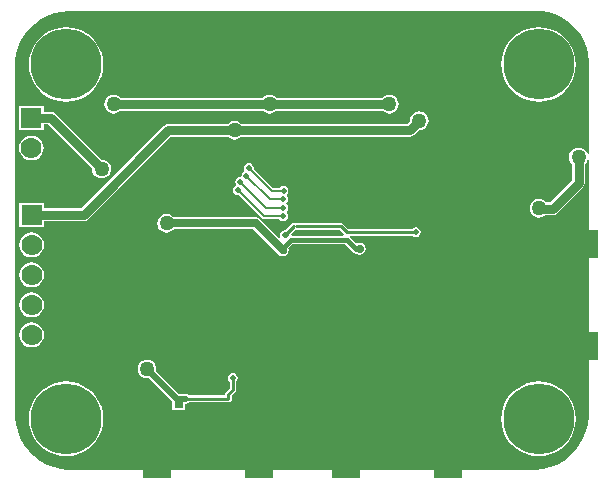
<source format=gbl>
G04 Layer_Physical_Order=2*
G04 Layer_Color=16711680*
%FSAX24Y24*%
%MOIN*%
G70*
G01*
G75*
%ADD10C,0.0100*%
%ADD13R,0.0300X0.0300*%
%ADD28C,0.0200*%
%ADD29C,0.0276*%
%ADD30C,0.0300*%
%ADD32C,0.0060*%
%ADD35C,0.2362*%
%ADD36R,0.0950X0.2000*%
%ADD37C,0.0700*%
%ADD38R,0.0700X0.0700*%
%ADD39R,0.2000X0.0950*%
%ADD40C,0.0200*%
%ADD41C,0.0250*%
%ADD42C,0.0500*%
%ADD43C,0.0280*%
%ADD44C,0.0197*%
%ADD45C,0.0150*%
G36*
X012008Y025394D02*
X012008Y025394D01*
X027559Y025394D01*
X027672Y025391D01*
X027896Y025355D01*
X028113Y025291D01*
X028319Y025199D01*
X028512Y025080D01*
X028688Y024938D01*
X028844Y024774D01*
X028977Y024591D01*
X029085Y024392D01*
X029166Y024180D01*
X029218Y023960D01*
X029242Y023735D01*
X029239Y023622D01*
X029239Y023622D01*
X029239Y023622D01*
X029239Y020632D01*
X029192Y020621D01*
X029161Y020696D01*
X029111Y020761D01*
X029046Y020811D01*
X028971Y020842D01*
X028890Y020853D01*
X028809Y020842D01*
X028734Y020811D01*
X028669Y020761D01*
X028619Y020696D01*
X028588Y020621D01*
X028577Y020540D01*
X028588Y020459D01*
X028619Y020384D01*
X028669Y020319D01*
X028676Y020314D01*
Y019759D01*
X027941Y019024D01*
X027812D01*
X027791Y019051D01*
X027726Y019101D01*
X027651Y019132D01*
X027570Y019143D01*
X027489Y019132D01*
X027414Y019101D01*
X027349Y019051D01*
X027299Y018986D01*
X027268Y018911D01*
X027257Y018830D01*
X027268Y018749D01*
X027299Y018674D01*
X027349Y018609D01*
X027414Y018559D01*
X027489Y018528D01*
X027570Y018517D01*
X027651Y018528D01*
X027726Y018559D01*
X027774Y018596D01*
X028030D01*
X028112Y018612D01*
X028181Y018659D01*
X029041Y019519D01*
X029088Y019588D01*
X029104Y019670D01*
Y020314D01*
X029111Y020319D01*
X029161Y020384D01*
X029192Y020459D01*
X029239Y020448D01*
X029239Y012008D01*
X029239Y011882D01*
X029206Y011634D01*
X029141Y011391D01*
X029045Y011159D01*
X028920Y010942D01*
X028767Y010743D01*
X028589Y010565D01*
X028390Y010413D01*
X028173Y010287D01*
X027941Y010191D01*
X027699Y010126D01*
X027450Y010093D01*
X027324Y010093D01*
X012008Y010093D01*
X011882Y010093D01*
X011634Y010126D01*
X011391Y010191D01*
X011159Y010287D01*
X010942Y010413D01*
X010743Y010565D01*
X010565Y010743D01*
X010413Y010942D01*
X010287Y011159D01*
X010191Y011391D01*
X010126Y011634D01*
X010093Y011882D01*
X010093Y012008D01*
X010093Y023622D01*
X010098Y023743D01*
X010139Y023981D01*
X010210Y024212D01*
X010312Y024432D01*
X010440Y024636D01*
X010595Y024822D01*
X010772Y024987D01*
X010970Y025126D01*
X011184Y025239D01*
X011411Y025323D01*
X011646Y025376D01*
X011887Y025398D01*
X012008Y025394D01*
D02*
G37*
%LPC*%
G36*
X010660Y017024D02*
X010553Y017009D01*
X010453Y016968D01*
X010368Y016902D01*
X010302Y016817D01*
X010261Y016717D01*
X010246Y016610D01*
X010261Y016503D01*
X010302Y016403D01*
X010368Y016318D01*
X010453Y016252D01*
X010553Y016211D01*
X010660Y016196D01*
X010767Y016211D01*
X010867Y016252D01*
X010952Y016318D01*
X011018Y016403D01*
X011059Y016503D01*
X011074Y016610D01*
X011059Y016717D01*
X011018Y016817D01*
X010952Y016902D01*
X010867Y016968D01*
X010767Y017009D01*
X010660Y017024D01*
D02*
G37*
G36*
X015160Y018643D02*
X015079Y018632D01*
X015004Y018601D01*
X014939Y018551D01*
X014889Y018486D01*
X014858Y018411D01*
X014847Y018330D01*
X014858Y018249D01*
X014889Y018174D01*
X014939Y018109D01*
X015004Y018059D01*
X015079Y018028D01*
X015160Y018017D01*
X015241Y018028D01*
X015316Y018059D01*
X015381Y018109D01*
X015396Y018128D01*
X018046D01*
X018879Y017295D01*
X018886Y017286D01*
X018952Y017242D01*
X019030Y017226D01*
X019108Y017242D01*
X019174Y017286D01*
X019218Y017352D01*
X019234Y017430D01*
X019218Y017508D01*
X019216Y017511D01*
X019347Y017642D01*
X021113D01*
X021317Y017438D01*
X021321Y017415D01*
X021357Y017362D01*
X021410Y017327D01*
X021472Y017315D01*
X021476D01*
X021514Y017289D01*
X021592Y017274D01*
X021670Y017289D01*
X021736Y017334D01*
X021781Y017400D01*
X021796Y017478D01*
X021781Y017556D01*
X021736Y017622D01*
X021670Y017666D01*
X021592Y017682D01*
X021514Y017666D01*
X021493Y017652D01*
X021277Y017868D01*
X021287Y017905D01*
X021296Y017918D01*
X023353D01*
X023355Y017915D01*
X023408Y017879D01*
X023470Y017867D01*
X023532Y017879D01*
X023585Y017915D01*
X023621Y017968D01*
X023633Y018030D01*
X023621Y018092D01*
X023585Y018145D01*
X023532Y018181D01*
X023470Y018193D01*
X023408Y018181D01*
X023355Y018145D01*
X023353Y018142D01*
X021211D01*
X021049Y018305D01*
X021012Y018329D01*
X020969Y018338D01*
X020969Y018338D01*
X019457D01*
X019427Y018332D01*
X019397Y018338D01*
X019355Y018329D01*
X019318Y018305D01*
X019104Y018090D01*
X019100Y018091D01*
X019038Y018079D01*
X018985Y018043D01*
X018949Y017990D01*
X018937Y017928D01*
X018949Y017865D01*
X018908Y017837D01*
X018273Y018473D01*
X018207Y018516D01*
X018130Y018532D01*
X015396D01*
X015381Y018551D01*
X015316Y018601D01*
X015241Y018632D01*
X015160Y018643D01*
D02*
G37*
G36*
X010660Y018024D02*
X010553Y018009D01*
X010453Y017968D01*
X010368Y017902D01*
X010302Y017817D01*
X010261Y017717D01*
X010246Y017610D01*
X010261Y017503D01*
X010302Y017403D01*
X010368Y017318D01*
X010453Y017252D01*
X010553Y017211D01*
X010660Y017196D01*
X010767Y017211D01*
X010867Y017252D01*
X010952Y017318D01*
X011018Y017403D01*
X011059Y017503D01*
X011074Y017610D01*
X011059Y017717D01*
X011018Y017817D01*
X010952Y017902D01*
X010867Y017968D01*
X010767Y018009D01*
X010660Y018024D01*
D02*
G37*
G36*
X014510Y013783D02*
X014429Y013772D01*
X014354Y013741D01*
X014289Y013691D01*
X014239Y013626D01*
X014208Y013551D01*
X014197Y013470D01*
X014208Y013389D01*
X014239Y013314D01*
X014289Y013249D01*
X014354Y013199D01*
X014429Y013168D01*
X014510Y013157D01*
X014582Y013167D01*
X015350Y012399D01*
Y012110D01*
X015770D01*
Y012317D01*
X015800D01*
X015862Y012329D01*
X015915Y012365D01*
X015917Y012368D01*
X017220D01*
X017263Y012376D01*
X017299Y012401D01*
X017324Y012437D01*
X017332Y012480D01*
Y012584D01*
X017449Y012701D01*
X017474Y012737D01*
X017482Y012780D01*
X017482Y012780D01*
Y013053D01*
X017485Y013055D01*
X017521Y013108D01*
X017533Y013170D01*
X017521Y013232D01*
X017485Y013285D01*
X017432Y013321D01*
X017370Y013333D01*
X017308Y013321D01*
X017255Y013285D01*
X017219Y013232D01*
X017207Y013170D01*
X017219Y013108D01*
X017255Y013055D01*
X017258Y013053D01*
Y012826D01*
X017141Y012709D01*
X017116Y012673D01*
X017108Y012630D01*
X017078Y012592D01*
X015917D01*
X015915Y012595D01*
X015862Y012631D01*
X015800Y012643D01*
X015568D01*
X014813Y013398D01*
X014823Y013470D01*
X014812Y013551D01*
X014781Y013626D01*
X014731Y013691D01*
X014666Y013741D01*
X014591Y013772D01*
X014510Y013783D01*
D02*
G37*
G36*
X027559Y013056D02*
X027364Y013041D01*
X027174Y012995D01*
X026994Y012920D01*
X026827Y012818D01*
X026679Y012691D01*
X026552Y012543D01*
X026450Y012376D01*
X026375Y012196D01*
X026329Y012006D01*
X026314Y011811D01*
X026329Y011616D01*
X026375Y011426D01*
X026450Y011246D01*
X026552Y011079D01*
X026679Y010931D01*
X026827Y010804D01*
X026994Y010702D01*
X027174Y010627D01*
X027364Y010581D01*
X027559Y010566D01*
X027754Y010581D01*
X027944Y010627D01*
X028124Y010702D01*
X028291Y010804D01*
X028439Y010931D01*
X028566Y011079D01*
X028668Y011246D01*
X028743Y011426D01*
X028789Y011616D01*
X028804Y011811D01*
X028789Y012006D01*
X028743Y012196D01*
X028668Y012376D01*
X028566Y012543D01*
X028439Y012691D01*
X028291Y012818D01*
X028124Y012920D01*
X027944Y012995D01*
X027754Y013041D01*
X027559Y013056D01*
D02*
G37*
G36*
X010660Y016024D02*
X010553Y016009D01*
X010453Y015968D01*
X010368Y015902D01*
X010302Y015817D01*
X010261Y015717D01*
X010246Y015610D01*
X010261Y015503D01*
X010302Y015403D01*
X010368Y015318D01*
X010453Y015252D01*
X010553Y015211D01*
X010660Y015196D01*
X010767Y015211D01*
X010867Y015252D01*
X010952Y015318D01*
X011018Y015403D01*
X011059Y015503D01*
X011074Y015610D01*
X011059Y015717D01*
X011018Y015817D01*
X010952Y015902D01*
X010867Y015968D01*
X010767Y016009D01*
X010660Y016024D01*
D02*
G37*
G36*
X010660Y015024D02*
X010553Y015009D01*
X010453Y014968D01*
X010368Y014902D01*
X010302Y014817D01*
X010261Y014717D01*
X010246Y014610D01*
X010261Y014503D01*
X010302Y014403D01*
X010368Y014318D01*
X010453Y014252D01*
X010553Y014211D01*
X010660Y014196D01*
X010767Y014211D01*
X010867Y014252D01*
X010952Y014318D01*
X011018Y014403D01*
X011059Y014503D01*
X011074Y014610D01*
X011059Y014717D01*
X011018Y014817D01*
X010952Y014902D01*
X010867Y014968D01*
X010767Y015009D01*
X010660Y015024D01*
D02*
G37*
G36*
X011811Y013056D02*
X011616Y013041D01*
X011426Y012995D01*
X011246Y012920D01*
X011079Y012818D01*
X010931Y012691D01*
X010804Y012543D01*
X010702Y012376D01*
X010627Y012196D01*
X010581Y012006D01*
X010566Y011811D01*
X010581Y011616D01*
X010627Y011426D01*
X010702Y011246D01*
X010804Y011079D01*
X010931Y010931D01*
X011079Y010804D01*
X011246Y010702D01*
X011426Y010627D01*
X011616Y010581D01*
X011811Y010566D01*
X012006Y010581D01*
X012196Y010627D01*
X012376Y010702D01*
X012543Y010804D01*
X012691Y010931D01*
X012818Y011079D01*
X012920Y011246D01*
X012995Y011426D01*
X013041Y011616D01*
X013056Y011811D01*
X013041Y012006D01*
X012995Y012196D01*
X012920Y012376D01*
X012818Y012543D01*
X012691Y012691D01*
X012543Y012818D01*
X012376Y012920D01*
X012196Y012995D01*
X012006Y013041D01*
X011811Y013056D01*
D02*
G37*
G36*
Y024867D02*
X011616Y024852D01*
X011426Y024806D01*
X011246Y024731D01*
X011079Y024629D01*
X010931Y024502D01*
X010804Y024354D01*
X010702Y024187D01*
X010627Y024007D01*
X010581Y023817D01*
X010566Y023622D01*
X010581Y023427D01*
X010627Y023237D01*
X010702Y023057D01*
X010804Y022890D01*
X010931Y022742D01*
X011079Y022615D01*
X011246Y022513D01*
X011426Y022438D01*
X011616Y022392D01*
X011811Y022377D01*
X012006Y022392D01*
X012196Y022438D01*
X012376Y022513D01*
X012543Y022615D01*
X012691Y022742D01*
X012818Y022890D01*
X012920Y023057D01*
X012995Y023237D01*
X013041Y023427D01*
X013056Y023622D01*
X013041Y023817D01*
X012995Y024007D01*
X012920Y024187D01*
X012818Y024354D01*
X012691Y024502D01*
X012543Y024629D01*
X012376Y024731D01*
X012196Y024806D01*
X012006Y024852D01*
X011811Y024867D01*
D02*
G37*
G36*
X027559D02*
X027364Y024852D01*
X027174Y024806D01*
X026994Y024731D01*
X026827Y024629D01*
X026679Y024502D01*
X026552Y024354D01*
X026450Y024187D01*
X026375Y024007D01*
X026329Y023817D01*
X026314Y023622D01*
X026329Y023427D01*
X026375Y023237D01*
X026450Y023057D01*
X026552Y022890D01*
X026679Y022742D01*
X026827Y022615D01*
X026994Y022513D01*
X027174Y022438D01*
X027364Y022392D01*
X027559Y022377D01*
X027754Y022392D01*
X027944Y022438D01*
X028124Y022513D01*
X028291Y022615D01*
X028439Y022742D01*
X028566Y022890D01*
X028668Y023057D01*
X028743Y023237D01*
X028789Y023427D01*
X028804Y023622D01*
X028789Y023817D01*
X028743Y024007D01*
X028668Y024187D01*
X028566Y024354D01*
X028439Y024502D01*
X028291Y024629D01*
X028124Y024731D01*
X027944Y024806D01*
X027754Y024852D01*
X027559Y024867D01*
D02*
G37*
G36*
X022580Y022613D02*
X022499Y022602D01*
X022424Y022571D01*
X022359Y022521D01*
X022354Y022514D01*
X018826D01*
X018821Y022521D01*
X018756Y022571D01*
X018681Y022602D01*
X018600Y022613D01*
X018519Y022602D01*
X018444Y022571D01*
X018379Y022521D01*
X018374Y022514D01*
X013626D01*
X013621Y022521D01*
X013556Y022571D01*
X013481Y022602D01*
X013400Y022613D01*
X013319Y022602D01*
X013244Y022571D01*
X013179Y022521D01*
X013129Y022456D01*
X013098Y022381D01*
X013087Y022300D01*
X013098Y022219D01*
X013129Y022144D01*
X013179Y022079D01*
X013244Y022029D01*
X013319Y021998D01*
X013400Y021987D01*
X013481Y021998D01*
X013556Y022029D01*
X013621Y022079D01*
X013626Y022086D01*
X018374D01*
X018379Y022079D01*
X018444Y022029D01*
X018519Y021998D01*
X018600Y021987D01*
X018681Y021998D01*
X018756Y022029D01*
X018821Y022079D01*
X018826Y022086D01*
X022354D01*
X022359Y022079D01*
X022424Y022029D01*
X022499Y021998D01*
X022580Y021987D01*
X022661Y021998D01*
X022736Y022029D01*
X022801Y022079D01*
X022851Y022144D01*
X022882Y022219D01*
X022893Y022300D01*
X022882Y022381D01*
X022851Y022456D01*
X022801Y022521D01*
X022736Y022571D01*
X022661Y022602D01*
X022580Y022613D01*
D02*
G37*
G36*
X023580Y022063D02*
X023499Y022052D01*
X023424Y022021D01*
X023359Y021971D01*
X023309Y021906D01*
X023278Y021831D01*
X023267Y021750D01*
X023268Y021741D01*
X023171Y021644D01*
X017656D01*
X017651Y021651D01*
X017586Y021701D01*
X017511Y021732D01*
X017430Y021743D01*
X017349Y021732D01*
X017274Y021701D01*
X017209Y021651D01*
X017204Y021644D01*
X015210D01*
X015128Y021628D01*
X015059Y021581D01*
X012301Y018824D01*
X011070D01*
Y019020D01*
X010250D01*
Y018200D01*
X011070D01*
Y018396D01*
X012390D01*
X012472Y018412D01*
X012541Y018459D01*
X015299Y021216D01*
X017204D01*
X017209Y021209D01*
X017274Y021159D01*
X017349Y021128D01*
X017430Y021117D01*
X017511Y021128D01*
X017586Y021159D01*
X017651Y021209D01*
X017656Y021216D01*
X023260D01*
X023342Y021232D01*
X023411Y021279D01*
X023571Y021438D01*
X023580Y021437D01*
X023661Y021448D01*
X023736Y021479D01*
X023801Y021529D01*
X023851Y021594D01*
X023882Y021669D01*
X023893Y021750D01*
X023882Y021831D01*
X023851Y021906D01*
X023801Y021971D01*
X023736Y022021D01*
X023661Y022052D01*
X023580Y022063D01*
D02*
G37*
G36*
X011060Y022250D02*
X010240D01*
Y021430D01*
X011060D01*
Y021626D01*
X011201D01*
X012678Y020149D01*
X012677Y020140D01*
X012688Y020059D01*
X012719Y019984D01*
X012769Y019919D01*
X012834Y019869D01*
X012909Y019838D01*
X012990Y019827D01*
X013071Y019838D01*
X013146Y019869D01*
X013211Y019919D01*
X013261Y019984D01*
X013292Y020059D01*
X013303Y020140D01*
X013292Y020221D01*
X013261Y020296D01*
X013211Y020361D01*
X013146Y020411D01*
X013071Y020442D01*
X012990Y020453D01*
X012981Y020452D01*
X011441Y021991D01*
X011372Y022038D01*
X011290Y022054D01*
X011060D01*
Y022250D01*
D02*
G37*
G36*
X017900Y020333D02*
X017838Y020321D01*
X017785Y020285D01*
X017749Y020232D01*
X017737Y020170D01*
X017749Y020108D01*
X017750Y020106D01*
X017736Y020047D01*
X017705Y020025D01*
X017669Y019972D01*
X017657Y019910D01*
X017658Y019906D01*
X017622Y019871D01*
X017610Y019873D01*
X017548Y019861D01*
X017495Y019825D01*
X017459Y019772D01*
X017447Y019710D01*
X017459Y019648D01*
X017470Y019632D01*
X017468Y019581D01*
X017415Y019545D01*
X017379Y019492D01*
X017367Y019430D01*
X017379Y019368D01*
X017415Y019315D01*
X017468Y019279D01*
X017530Y019267D01*
X017558Y019272D01*
X018325Y018505D01*
X018355Y018485D01*
X018390Y018478D01*
X018902D01*
X018925Y018445D01*
X018978Y018409D01*
X019040Y018397D01*
X019102Y018409D01*
X019155Y018445D01*
X019191Y018498D01*
X019203Y018560D01*
X019191Y018622D01*
X019163Y018663D01*
X019165Y018722D01*
X019167Y018728D01*
X019201Y018778D01*
X019213Y018840D01*
X019201Y018902D01*
X019165Y018955D01*
X019151Y018965D01*
Y019015D01*
X019165Y019025D01*
X019201Y019078D01*
X019213Y019140D01*
X019201Y019202D01*
X019178Y019236D01*
X019176Y019286D01*
X019182Y019304D01*
X019211Y019348D01*
X019223Y019410D01*
X019211Y019472D01*
X019175Y019525D01*
X019122Y019561D01*
X019060Y019573D01*
X018998Y019561D01*
X018945Y019525D01*
X018922Y019492D01*
X018708D01*
X018058Y020142D01*
X018063Y020170D01*
X018051Y020232D01*
X018015Y020285D01*
X017962Y020321D01*
X017900Y020333D01*
D02*
G37*
G36*
X010650Y021254D02*
X010543Y021239D01*
X010443Y021198D01*
X010358Y021132D01*
X010292Y021047D01*
X010251Y020947D01*
X010236Y020840D01*
X010251Y020733D01*
X010292Y020633D01*
X010358Y020548D01*
X010443Y020482D01*
X010543Y020441D01*
X010650Y020426D01*
X010757Y020441D01*
X010857Y020482D01*
X010942Y020548D01*
X011008Y020633D01*
X011049Y020733D01*
X011064Y020840D01*
X011049Y020947D01*
X011008Y021047D01*
X010942Y021132D01*
X010857Y021198D01*
X010757Y021239D01*
X010650Y021254D01*
D02*
G37*
%LPD*%
G36*
X019457Y018113D02*
X020923D01*
X021068Y017968D01*
X021048Y017918D01*
X019330D01*
X019299Y017955D01*
X019298Y017968D01*
X019446Y018115D01*
X019457Y018113D01*
D02*
G37*
D10*
Y018225D02*
X020969D01*
X019130Y017958D02*
X019397Y018225D01*
X019128Y017900D02*
X019186Y017958D01*
X021165Y018030D02*
X023470D01*
X020969Y018225D02*
X021165Y018030D01*
X017370Y012780D02*
Y013170D01*
X015800Y012480D02*
X017220D01*
Y012630D01*
X017370Y012780D01*
D13*
X015560Y012320D02*
D03*
X015010D02*
D03*
D28*
X015500Y012480D02*
X015800D01*
X014510Y013470D02*
X015500Y012480D01*
X021472Y017478D02*
X021592D01*
D29*
X018130Y018330D02*
X019030Y017430D01*
X015290Y018330D02*
X018130D01*
D30*
X015210Y021430D02*
X017430D01*
X012390Y018610D02*
X015210Y021430D01*
X027570Y018810D02*
Y018830D01*
Y018810D02*
X028030D01*
X028890Y019670D01*
Y020540D01*
X023260Y021430D02*
X023580Y021750D01*
X017430Y021430D02*
X023260D01*
X018600Y022300D02*
X022580D01*
X013400D02*
X018600D01*
X011290Y021840D02*
X012990Y020140D01*
X010650Y021840D02*
X011290D01*
X010660Y018610D02*
X012390D01*
D32*
X018390Y018570D02*
X019010D01*
X017530Y019430D02*
X018390Y018570D01*
X018470Y018850D02*
X019010D01*
X017610Y019710D02*
X018470Y018850D01*
X018590Y019140D02*
X019010D01*
X017820Y019910D02*
X018590Y019140D01*
X018670Y019400D02*
X019010D01*
X017900Y020170D02*
X018670Y019400D01*
D35*
X011811Y023622D02*
D03*
Y011811D02*
D03*
X027559D02*
D03*
Y023622D02*
D03*
D36*
X014835Y010827D02*
D03*
X018235D02*
D03*
X021135D02*
D03*
X024535D02*
D03*
D37*
X010660Y013610D02*
D03*
X010660Y014610D02*
D03*
X010660Y015610D02*
D03*
X010660Y017610D02*
D03*
X010660Y016610D02*
D03*
X010650Y020840D02*
D03*
X010650Y019840D02*
D03*
D38*
X010660Y018610D02*
D03*
X010650Y021840D02*
D03*
D39*
X028543Y014245D02*
D03*
Y017645D02*
D03*
D40*
X019100Y017928D02*
D03*
X019060Y019410D02*
D03*
X019050Y019140D02*
D03*
Y018840D02*
D03*
X019040Y018560D02*
D03*
X017900Y020170D02*
D03*
X017820Y019910D02*
D03*
X017610Y019710D02*
D03*
X017530Y019430D02*
D03*
X023470Y018030D02*
D03*
X017370Y013170D02*
D03*
X019905Y016090D02*
D03*
X019728Y015913D02*
D03*
X019549Y015739D02*
D03*
X019358Y015577D02*
D03*
X019168Y015415D02*
D03*
X018977Y015254D02*
D03*
X018786Y015092D02*
D03*
X018595Y014931D02*
D03*
X018405Y014769D02*
D03*
X018214Y014607D02*
D03*
X018023Y014446D02*
D03*
X017833Y014284D02*
D03*
X017642Y014122D02*
D03*
X017451Y013961D02*
D03*
X017260Y013799D02*
D03*
X016935Y012927D02*
D03*
X016136Y012887D02*
D03*
Y013137D02*
D03*
Y013387D02*
D03*
X016145Y013637D02*
D03*
X016210Y013878D02*
D03*
X016358Y014080D02*
D03*
X016547Y014243D02*
D03*
X016738Y014404D02*
D03*
X016929Y014566D02*
D03*
X017120Y014727D02*
D03*
X017310Y014889D02*
D03*
X017501Y015051D02*
D03*
X017692Y015212D02*
D03*
X017883Y015374D02*
D03*
X018073Y015535D02*
D03*
X018264Y015697D02*
D03*
X018455Y015859D02*
D03*
X018646Y016020D02*
D03*
X018836Y016182D02*
D03*
X019205Y016520D02*
D03*
X019381Y016696D02*
D03*
X019558Y016873D02*
D03*
X020175Y016000D02*
D03*
X019997Y015821D02*
D03*
X019818Y015645D02*
D03*
X019625Y015469D02*
D03*
X019428Y015302D02*
D03*
X019237Y015140D02*
D03*
X019046Y014979D02*
D03*
X018856Y014817D02*
D03*
X018665Y014655D02*
D03*
X018474Y014494D02*
D03*
X018283Y014332D02*
D03*
X018093Y014170D02*
D03*
X017902Y014009D02*
D03*
X017711Y013847D02*
D03*
X017557Y013644D02*
D03*
X016950Y012110D02*
D03*
X016000Y012100D02*
D03*
X015884Y012986D02*
D03*
X015881Y013262D02*
D03*
X015885Y013516D02*
D03*
X015927Y013795D02*
D03*
X016058Y014087D02*
D03*
X016267Y014333D02*
D03*
X016477Y014517D02*
D03*
X016669Y014679D02*
D03*
X016860Y014841D02*
D03*
X017050Y015003D02*
D03*
X017241Y015164D02*
D03*
X017432Y015326D02*
D03*
X017622Y015488D02*
D03*
X017813Y015649D02*
D03*
X018004Y015811D02*
D03*
X018195Y015972D02*
D03*
X018385Y016134D02*
D03*
X018576Y016296D02*
D03*
X019201Y016877D02*
D03*
X021187Y016128D02*
D03*
X021364Y015951D02*
D03*
X021540Y015775D02*
D03*
X021717Y015598D02*
D03*
X021894Y015421D02*
D03*
X022071Y015244D02*
D03*
X022248Y015067D02*
D03*
X022424Y014891D02*
D03*
X022601Y014714D02*
D03*
X022778Y014537D02*
D03*
X022948Y014354D02*
D03*
X023087Y014146D02*
D03*
X023180Y013914D02*
D03*
X023224Y013668D02*
D03*
X023230Y013418D02*
D03*
Y013168D02*
D03*
Y012918D02*
D03*
X023197Y012670D02*
D03*
X022474Y012646D02*
D03*
X022431Y012893D02*
D03*
X022317Y013868D02*
D03*
X022141Y014044D02*
D03*
X021964Y014221D02*
D03*
X021787Y014398D02*
D03*
X021610Y014575D02*
D03*
X021433Y014752D02*
D03*
X021257Y014928D02*
D03*
X021080Y015105D02*
D03*
X020903Y015282D02*
D03*
X020726Y015459D02*
D03*
X020550Y015635D02*
D03*
X020373Y015812D02*
D03*
X020197Y015990D02*
D03*
X021986Y015690D02*
D03*
X022163Y015513D02*
D03*
X022339Y015336D02*
D03*
X022516Y015159D02*
D03*
X022693Y014983D02*
D03*
X022870Y014806D02*
D03*
X023046Y014623D02*
D03*
X023217Y014408D02*
D03*
X023358Y014149D02*
D03*
X023446Y013861D02*
D03*
X023480Y013569D02*
D03*
X023485Y013296D02*
D03*
X023485Y013043D02*
D03*
X023467Y012777D02*
D03*
X023388Y012487D02*
D03*
X023219Y012263D02*
D03*
X022309Y012503D02*
D03*
X022170Y012860D02*
D03*
X022066Y013724D02*
D03*
X021783Y014041D02*
D03*
X021518Y014306D02*
D03*
X021342Y014483D02*
D03*
X021165Y014660D02*
D03*
X020988Y014836D02*
D03*
X020811Y015013D02*
D03*
X020634Y015190D02*
D03*
X020458Y015367D02*
D03*
X020281Y015544D02*
D03*
X021259Y017038D02*
D03*
X021420Y016860D02*
D03*
X021651Y016729D02*
D03*
X021870Y016608D02*
D03*
X022100Y016509D02*
D03*
X022338Y016433D02*
D03*
X022582Y016380D02*
D03*
X022830Y016351D02*
D03*
X023080Y016344D02*
D03*
X023330D02*
D03*
X023580D02*
D03*
X023830D02*
D03*
X024080D02*
D03*
X024330D02*
D03*
X024580D02*
D03*
X024830D02*
D03*
X025080D02*
D03*
X025330D02*
D03*
X025580D02*
D03*
X025830D02*
D03*
X026080D02*
D03*
X026330D02*
D03*
X026577Y016307D02*
D03*
X026716Y015664D02*
D03*
X026491Y015556D02*
D03*
X026241Y015545D02*
D03*
X025991D02*
D03*
X025741D02*
D03*
X025491D02*
D03*
X025241D02*
D03*
X024991D02*
D03*
X024741D02*
D03*
X024491D02*
D03*
X024241D02*
D03*
X023991D02*
D03*
X023741D02*
D03*
X023491D02*
D03*
X023241D02*
D03*
X022991Y015545D02*
D03*
X022741Y015558D02*
D03*
X022493Y015587D02*
D03*
X022247Y015630D02*
D03*
X022193Y016758D02*
D03*
X022626Y016642D02*
D03*
X023455Y016599D02*
D03*
X023705D02*
D03*
X023955D02*
D03*
X024205D02*
D03*
X024455D02*
D03*
X024705D02*
D03*
X024955D02*
D03*
X025205D02*
D03*
X025455D02*
D03*
X025705D02*
D03*
X025955D02*
D03*
X026205D02*
D03*
X026473Y016579D02*
D03*
X026720Y016464D02*
D03*
X026923Y015597D02*
D03*
X026742Y015401D02*
D03*
X026427Y015308D02*
D03*
X026121Y015291D02*
D03*
X025866Y015290D02*
D03*
X025616D02*
D03*
X025366D02*
D03*
X025116D02*
D03*
X024866D02*
D03*
X024616D02*
D03*
X024366D02*
D03*
X024116D02*
D03*
X023866D02*
D03*
X023616D02*
D03*
X023366D02*
D03*
X023116Y015290D02*
D03*
X022859Y015297D02*
D03*
D41*
X027730Y015080D02*
D03*
X026730Y021080D02*
D03*
Y019080D02*
D03*
X027230Y018080D02*
D03*
X026730Y017080D02*
D03*
Y015080D02*
D03*
X027230Y014080D02*
D03*
X026730Y013080D02*
D03*
X026230Y024080D02*
D03*
X025730Y023080D02*
D03*
X026230Y018080D02*
D03*
X025730Y017080D02*
D03*
X026230Y014080D02*
D03*
X025730Y013080D02*
D03*
Y011080D02*
D03*
X025230Y024080D02*
D03*
X024730Y023080D02*
D03*
Y021080D02*
D03*
Y019080D02*
D03*
X025230Y018080D02*
D03*
Y014080D02*
D03*
X024730Y013080D02*
D03*
X025230Y012080D02*
D03*
X024230Y024080D02*
D03*
X023730Y023080D02*
D03*
X024230Y014080D02*
D03*
Y012080D02*
D03*
X023730Y011080D02*
D03*
X023230Y022080D02*
D03*
Y020080D02*
D03*
X022230Y012080D02*
D03*
X021230Y024080D02*
D03*
Y014080D02*
D03*
Y012080D02*
D03*
X020230Y024080D02*
D03*
X019730Y015080D02*
D03*
X020230Y014080D02*
D03*
Y012080D02*
D03*
X019730Y011080D02*
D03*
X019230Y024080D02*
D03*
X018730Y023080D02*
D03*
Y021080D02*
D03*
X019230Y014080D02*
D03*
Y012080D02*
D03*
X017730Y021080D02*
D03*
X018230Y012080D02*
D03*
X017230Y024080D02*
D03*
X016730Y023080D02*
D03*
X017230Y016080D02*
D03*
X016730Y015080D02*
D03*
X017230Y012080D02*
D03*
X015730Y023080D02*
D03*
Y011080D02*
D03*
X014730Y019080D02*
D03*
X015230Y016080D02*
D03*
Y014080D02*
D03*
X013730Y021080D02*
D03*
X014230Y018080D02*
D03*
Y016080D02*
D03*
X013730Y013080D02*
D03*
X014230Y012080D02*
D03*
X013730Y011080D02*
D03*
X012730Y021080D02*
D03*
X013230Y018080D02*
D03*
Y016080D02*
D03*
X012730Y015080D02*
D03*
X013230Y014080D02*
D03*
X012730Y013080D02*
D03*
X013230Y012080D02*
D03*
X012230Y022080D02*
D03*
X011730Y019080D02*
D03*
X012230Y018080D02*
D03*
Y016080D02*
D03*
Y014080D02*
D03*
X011230Y020080D02*
D03*
Y018080D02*
D03*
Y016080D02*
D03*
Y014080D02*
D03*
X010730Y013080D02*
D03*
D42*
X014510Y013470D02*
D03*
X027570Y018830D02*
D03*
X028890Y020540D02*
D03*
X023580Y021750D02*
D03*
X022580Y022300D02*
D03*
X018600D02*
D03*
X013400D02*
D03*
X012990Y020140D02*
D03*
X017430Y021430D02*
D03*
X015160Y018330D02*
D03*
D43*
X019030Y017430D02*
D03*
X021592Y017478D02*
D03*
X018140Y017040D02*
D03*
X022890Y017780D02*
D03*
X023540Y017290D02*
D03*
X017750Y017890D02*
D03*
D44*
X020017Y018450D02*
D03*
Y018017D02*
D03*
X015607Y020113D02*
D03*
Y020547D02*
D03*
X016040Y020113D02*
D03*
Y020547D02*
D03*
X016473Y020113D02*
D03*
Y020547D02*
D03*
X026233Y020683D02*
D03*
X026667D02*
D03*
X026233Y020250D02*
D03*
X026667D02*
D03*
X026233Y019817D02*
D03*
X026667D02*
D03*
X020883Y018017D02*
D03*
X020450D02*
D03*
X020883Y018450D02*
D03*
X020450D02*
D03*
X020883Y018883D02*
D03*
X020450D02*
D03*
X020017D02*
D03*
D45*
X019060Y017400D02*
Y017550D01*
X019290Y017780D02*
X021170D01*
X019060Y017550D02*
X019290Y017780D01*
X021170D02*
X021472Y017478D01*
M02*

</source>
